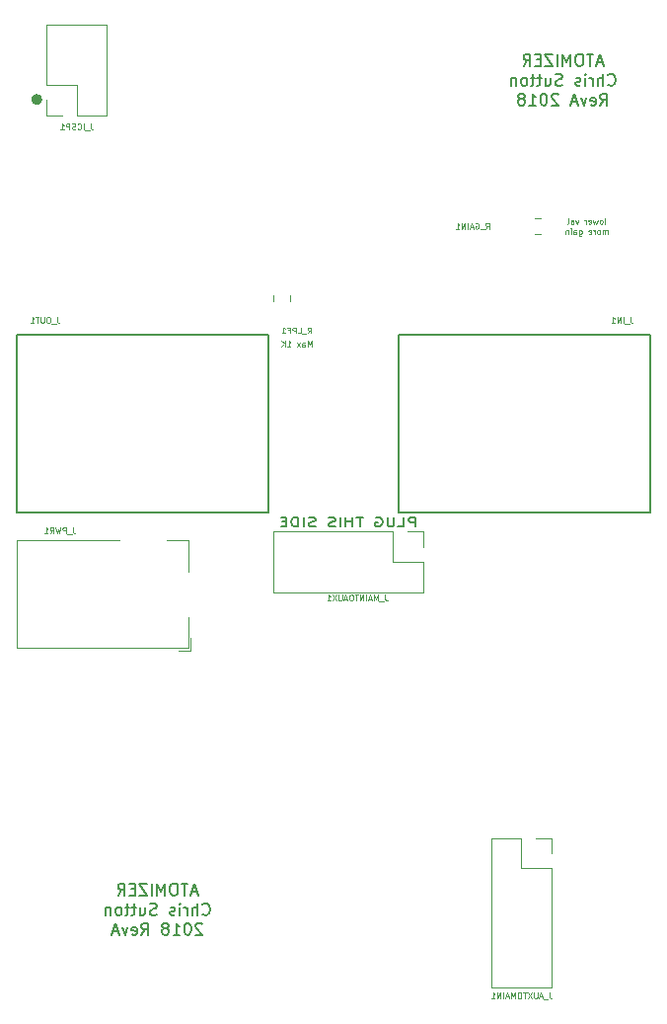
<source format=gbr>
G04 #@! TF.GenerationSoftware,KiCad,Pcbnew,(5.0.0-3-g5ebb6b6)*
G04 #@! TF.CreationDate,2018-11-29T05:39:13+00:00*
G04 #@! TF.ProjectId,Atomizer,41746F6D697A65722E6B696361645F70,rev?*
G04 #@! TF.SameCoordinates,Original*
G04 #@! TF.FileFunction,Legend,Bot*
G04 #@! TF.FilePolarity,Positive*
%FSLAX46Y46*%
G04 Gerber Fmt 4.6, Leading zero omitted, Abs format (unit mm)*
G04 Created by KiCad (PCBNEW (5.0.0-3-g5ebb6b6)) date Thursday, 29 November 2018 at 05:39:13*
%MOMM*%
%LPD*%
G01*
G04 APERTURE LIST*
%ADD10C,0.125000*%
%ADD11C,0.500000*%
%ADD12C,0.200000*%
%ADD13C,0.150000*%
%ADD14C,0.120000*%
G04 APERTURE END LIST*
D10*
X78743809Y-111478190D02*
X78743809Y-110978190D01*
X78577142Y-111335333D01*
X78410476Y-110978190D01*
X78410476Y-111478190D01*
X77958095Y-111478190D02*
X77958095Y-111216285D01*
X77981904Y-111168666D01*
X78029523Y-111144857D01*
X78124761Y-111144857D01*
X78172380Y-111168666D01*
X77958095Y-111454380D02*
X78005714Y-111478190D01*
X78124761Y-111478190D01*
X78172380Y-111454380D01*
X78196190Y-111406761D01*
X78196190Y-111359142D01*
X78172380Y-111311523D01*
X78124761Y-111287714D01*
X78005714Y-111287714D01*
X77958095Y-111263904D01*
X77767619Y-111478190D02*
X77505714Y-111144857D01*
X77767619Y-111144857D02*
X77505714Y-111478190D01*
X76672380Y-111478190D02*
X76958095Y-111478190D01*
X76815238Y-111478190D02*
X76815238Y-110978190D01*
X76862857Y-111049619D01*
X76910476Y-111097238D01*
X76958095Y-111121047D01*
X76458095Y-111478190D02*
X76458095Y-110978190D01*
X76172380Y-111478190D02*
X76386666Y-111192476D01*
X76172380Y-110978190D02*
X76458095Y-111263904D01*
X103897714Y-100944190D02*
X103945333Y-100920380D01*
X103969142Y-100872761D01*
X103969142Y-100444190D01*
X103635809Y-100944190D02*
X103683428Y-100920380D01*
X103707238Y-100896571D01*
X103731047Y-100848952D01*
X103731047Y-100706095D01*
X103707238Y-100658476D01*
X103683428Y-100634666D01*
X103635809Y-100610857D01*
X103564380Y-100610857D01*
X103516761Y-100634666D01*
X103492952Y-100658476D01*
X103469142Y-100706095D01*
X103469142Y-100848952D01*
X103492952Y-100896571D01*
X103516761Y-100920380D01*
X103564380Y-100944190D01*
X103635809Y-100944190D01*
X103302476Y-100610857D02*
X103207238Y-100944190D01*
X103112000Y-100706095D01*
X103016761Y-100944190D01*
X102921523Y-100610857D01*
X102540571Y-100920380D02*
X102588190Y-100944190D01*
X102683428Y-100944190D01*
X102731047Y-100920380D01*
X102754857Y-100872761D01*
X102754857Y-100682285D01*
X102731047Y-100634666D01*
X102683428Y-100610857D01*
X102588190Y-100610857D01*
X102540571Y-100634666D01*
X102516761Y-100682285D01*
X102516761Y-100729904D01*
X102754857Y-100777523D01*
X102302476Y-100944190D02*
X102302476Y-100610857D01*
X102302476Y-100706095D02*
X102278666Y-100658476D01*
X102254857Y-100634666D01*
X102207238Y-100610857D01*
X102159619Y-100610857D01*
X101659619Y-100610857D02*
X101540571Y-100944190D01*
X101421523Y-100610857D01*
X101016761Y-100944190D02*
X101016761Y-100682285D01*
X101040571Y-100634666D01*
X101088190Y-100610857D01*
X101183428Y-100610857D01*
X101231047Y-100634666D01*
X101016761Y-100920380D02*
X101064380Y-100944190D01*
X101183428Y-100944190D01*
X101231047Y-100920380D01*
X101254857Y-100872761D01*
X101254857Y-100825142D01*
X101231047Y-100777523D01*
X101183428Y-100753714D01*
X101064380Y-100753714D01*
X101016761Y-100729904D01*
X100707238Y-100944190D02*
X100754857Y-100920380D01*
X100778666Y-100872761D01*
X100778666Y-100444190D01*
X104159619Y-101819190D02*
X104159619Y-101485857D01*
X104159619Y-101533476D02*
X104135809Y-101509666D01*
X104088190Y-101485857D01*
X104016761Y-101485857D01*
X103969142Y-101509666D01*
X103945333Y-101557285D01*
X103945333Y-101819190D01*
X103945333Y-101557285D02*
X103921523Y-101509666D01*
X103873904Y-101485857D01*
X103802476Y-101485857D01*
X103754857Y-101509666D01*
X103731047Y-101557285D01*
X103731047Y-101819190D01*
X103421523Y-101819190D02*
X103469142Y-101795380D01*
X103492952Y-101771571D01*
X103516761Y-101723952D01*
X103516761Y-101581095D01*
X103492952Y-101533476D01*
X103469142Y-101509666D01*
X103421523Y-101485857D01*
X103350095Y-101485857D01*
X103302476Y-101509666D01*
X103278666Y-101533476D01*
X103254857Y-101581095D01*
X103254857Y-101723952D01*
X103278666Y-101771571D01*
X103302476Y-101795380D01*
X103350095Y-101819190D01*
X103421523Y-101819190D01*
X103040571Y-101819190D02*
X103040571Y-101485857D01*
X103040571Y-101581095D02*
X103016761Y-101533476D01*
X102992952Y-101509666D01*
X102945333Y-101485857D01*
X102897714Y-101485857D01*
X102540571Y-101795380D02*
X102588190Y-101819190D01*
X102683428Y-101819190D01*
X102731047Y-101795380D01*
X102754857Y-101747761D01*
X102754857Y-101557285D01*
X102731047Y-101509666D01*
X102683428Y-101485857D01*
X102588190Y-101485857D01*
X102540571Y-101509666D01*
X102516761Y-101557285D01*
X102516761Y-101604904D01*
X102754857Y-101652523D01*
X101707238Y-101485857D02*
X101707238Y-101890619D01*
X101731047Y-101938238D01*
X101754857Y-101962047D01*
X101802476Y-101985857D01*
X101873904Y-101985857D01*
X101921523Y-101962047D01*
X101707238Y-101795380D02*
X101754857Y-101819190D01*
X101850095Y-101819190D01*
X101897714Y-101795380D01*
X101921523Y-101771571D01*
X101945333Y-101723952D01*
X101945333Y-101581095D01*
X101921523Y-101533476D01*
X101897714Y-101509666D01*
X101850095Y-101485857D01*
X101754857Y-101485857D01*
X101707238Y-101509666D01*
X101254857Y-101819190D02*
X101254857Y-101557285D01*
X101278666Y-101509666D01*
X101326285Y-101485857D01*
X101421523Y-101485857D01*
X101469142Y-101509666D01*
X101254857Y-101795380D02*
X101302476Y-101819190D01*
X101421523Y-101819190D01*
X101469142Y-101795380D01*
X101492952Y-101747761D01*
X101492952Y-101700142D01*
X101469142Y-101652523D01*
X101421523Y-101628714D01*
X101302476Y-101628714D01*
X101254857Y-101604904D01*
X101016761Y-101819190D02*
X101016761Y-101485857D01*
X101016761Y-101319190D02*
X101040571Y-101343000D01*
X101016761Y-101366809D01*
X100992952Y-101343000D01*
X101016761Y-101319190D01*
X101016761Y-101366809D01*
X100778666Y-101485857D02*
X100778666Y-101819190D01*
X100778666Y-101533476D02*
X100754857Y-101509666D01*
X100707238Y-101485857D01*
X100635809Y-101485857D01*
X100588190Y-101509666D01*
X100564380Y-101557285D01*
X100564380Y-101819190D01*
D11*
X55410453Y-90297000D02*
G75*
G03X55410453Y-90297000I-228953J0D01*
G01*
D12*
X87653095Y-126917404D02*
X87653095Y-126117404D01*
X87272142Y-126117404D01*
X87176904Y-126155500D01*
X87129285Y-126193595D01*
X87081666Y-126269785D01*
X87081666Y-126384071D01*
X87129285Y-126460261D01*
X87176904Y-126498357D01*
X87272142Y-126536452D01*
X87653095Y-126536452D01*
X86176904Y-126917404D02*
X86653095Y-126917404D01*
X86653095Y-126117404D01*
X85843571Y-126117404D02*
X85843571Y-126765023D01*
X85795952Y-126841214D01*
X85748333Y-126879309D01*
X85653095Y-126917404D01*
X85462619Y-126917404D01*
X85367380Y-126879309D01*
X85319761Y-126841214D01*
X85272142Y-126765023D01*
X85272142Y-126117404D01*
X84272142Y-126155500D02*
X84367380Y-126117404D01*
X84510238Y-126117404D01*
X84653095Y-126155500D01*
X84748333Y-126231690D01*
X84795952Y-126307880D01*
X84843571Y-126460261D01*
X84843571Y-126574547D01*
X84795952Y-126726928D01*
X84748333Y-126803119D01*
X84653095Y-126879309D01*
X84510238Y-126917404D01*
X84415000Y-126917404D01*
X84272142Y-126879309D01*
X84224523Y-126841214D01*
X84224523Y-126574547D01*
X84415000Y-126574547D01*
X83176904Y-126117404D02*
X82605476Y-126117404D01*
X82891190Y-126917404D02*
X82891190Y-126117404D01*
X82272142Y-126917404D02*
X82272142Y-126117404D01*
X82272142Y-126498357D02*
X81700714Y-126498357D01*
X81700714Y-126917404D02*
X81700714Y-126117404D01*
X81224523Y-126917404D02*
X81224523Y-126117404D01*
X80795952Y-126879309D02*
X80653095Y-126917404D01*
X80415000Y-126917404D01*
X80319761Y-126879309D01*
X80272142Y-126841214D01*
X80224523Y-126765023D01*
X80224523Y-126688833D01*
X80272142Y-126612642D01*
X80319761Y-126574547D01*
X80415000Y-126536452D01*
X80605476Y-126498357D01*
X80700714Y-126460261D01*
X80748333Y-126422166D01*
X80795952Y-126345976D01*
X80795952Y-126269785D01*
X80748333Y-126193595D01*
X80700714Y-126155500D01*
X80605476Y-126117404D01*
X80367380Y-126117404D01*
X80224523Y-126155500D01*
X79081666Y-126879309D02*
X78938809Y-126917404D01*
X78700714Y-126917404D01*
X78605476Y-126879309D01*
X78557857Y-126841214D01*
X78510238Y-126765023D01*
X78510238Y-126688833D01*
X78557857Y-126612642D01*
X78605476Y-126574547D01*
X78700714Y-126536452D01*
X78891190Y-126498357D01*
X78986428Y-126460261D01*
X79034047Y-126422166D01*
X79081666Y-126345976D01*
X79081666Y-126269785D01*
X79034047Y-126193595D01*
X78986428Y-126155500D01*
X78891190Y-126117404D01*
X78653095Y-126117404D01*
X78510238Y-126155500D01*
X78081666Y-126917404D02*
X78081666Y-126117404D01*
X77605476Y-126917404D02*
X77605476Y-126117404D01*
X77367380Y-126117404D01*
X77224523Y-126155500D01*
X77129285Y-126231690D01*
X77081666Y-126307880D01*
X77034047Y-126460261D01*
X77034047Y-126574547D01*
X77081666Y-126726928D01*
X77129285Y-126803119D01*
X77224523Y-126879309D01*
X77367380Y-126917404D01*
X77605476Y-126917404D01*
X76605476Y-126498357D02*
X76272142Y-126498357D01*
X76129285Y-126917404D02*
X76605476Y-126917404D01*
X76605476Y-126117404D01*
X76129285Y-126117404D01*
X103710952Y-87112666D02*
X103234761Y-87112666D01*
X103806190Y-87398380D02*
X103472857Y-86398380D01*
X103139523Y-87398380D01*
X102949047Y-86398380D02*
X102377619Y-86398380D01*
X102663333Y-87398380D02*
X102663333Y-86398380D01*
X101853809Y-86398380D02*
X101663333Y-86398380D01*
X101568095Y-86446000D01*
X101472857Y-86541238D01*
X101425238Y-86731714D01*
X101425238Y-87065047D01*
X101472857Y-87255523D01*
X101568095Y-87350761D01*
X101663333Y-87398380D01*
X101853809Y-87398380D01*
X101949047Y-87350761D01*
X102044285Y-87255523D01*
X102091904Y-87065047D01*
X102091904Y-86731714D01*
X102044285Y-86541238D01*
X101949047Y-86446000D01*
X101853809Y-86398380D01*
X100996666Y-87398380D02*
X100996666Y-86398380D01*
X100663333Y-87112666D01*
X100330000Y-86398380D01*
X100330000Y-87398380D01*
X99853809Y-87398380D02*
X99853809Y-86398380D01*
X99472857Y-86398380D02*
X98806190Y-86398380D01*
X99472857Y-87398380D01*
X98806190Y-87398380D01*
X98425238Y-86874571D02*
X98091904Y-86874571D01*
X97949047Y-87398380D02*
X98425238Y-87398380D01*
X98425238Y-86398380D01*
X97949047Y-86398380D01*
X96949047Y-87398380D02*
X97282380Y-86922190D01*
X97520476Y-87398380D02*
X97520476Y-86398380D01*
X97139523Y-86398380D01*
X97044285Y-86446000D01*
X96996666Y-86493619D01*
X96949047Y-86588857D01*
X96949047Y-86731714D01*
X96996666Y-86826952D01*
X97044285Y-86874571D01*
X97139523Y-86922190D01*
X97520476Y-86922190D01*
X104210952Y-89003142D02*
X104258571Y-89050761D01*
X104401428Y-89098380D01*
X104496666Y-89098380D01*
X104639523Y-89050761D01*
X104734761Y-88955523D01*
X104782380Y-88860285D01*
X104830000Y-88669809D01*
X104830000Y-88526952D01*
X104782380Y-88336476D01*
X104734761Y-88241238D01*
X104639523Y-88146000D01*
X104496666Y-88098380D01*
X104401428Y-88098380D01*
X104258571Y-88146000D01*
X104210952Y-88193619D01*
X103782380Y-89098380D02*
X103782380Y-88098380D01*
X103353809Y-89098380D02*
X103353809Y-88574571D01*
X103401428Y-88479333D01*
X103496666Y-88431714D01*
X103639523Y-88431714D01*
X103734761Y-88479333D01*
X103782380Y-88526952D01*
X102877619Y-89098380D02*
X102877619Y-88431714D01*
X102877619Y-88622190D02*
X102830000Y-88526952D01*
X102782380Y-88479333D01*
X102687142Y-88431714D01*
X102591904Y-88431714D01*
X102258571Y-89098380D02*
X102258571Y-88431714D01*
X102258571Y-88098380D02*
X102306190Y-88146000D01*
X102258571Y-88193619D01*
X102210952Y-88146000D01*
X102258571Y-88098380D01*
X102258571Y-88193619D01*
X101830000Y-89050761D02*
X101734761Y-89098380D01*
X101544285Y-89098380D01*
X101449047Y-89050761D01*
X101401428Y-88955523D01*
X101401428Y-88907904D01*
X101449047Y-88812666D01*
X101544285Y-88765047D01*
X101687142Y-88765047D01*
X101782380Y-88717428D01*
X101830000Y-88622190D01*
X101830000Y-88574571D01*
X101782380Y-88479333D01*
X101687142Y-88431714D01*
X101544285Y-88431714D01*
X101449047Y-88479333D01*
X100258571Y-89050761D02*
X100115714Y-89098380D01*
X99877619Y-89098380D01*
X99782380Y-89050761D01*
X99734761Y-89003142D01*
X99687142Y-88907904D01*
X99687142Y-88812666D01*
X99734761Y-88717428D01*
X99782380Y-88669809D01*
X99877619Y-88622190D01*
X100068095Y-88574571D01*
X100163333Y-88526952D01*
X100210952Y-88479333D01*
X100258571Y-88384095D01*
X100258571Y-88288857D01*
X100210952Y-88193619D01*
X100163333Y-88146000D01*
X100068095Y-88098380D01*
X99830000Y-88098380D01*
X99687142Y-88146000D01*
X98830000Y-88431714D02*
X98830000Y-89098380D01*
X99258571Y-88431714D02*
X99258571Y-88955523D01*
X99210952Y-89050761D01*
X99115714Y-89098380D01*
X98972857Y-89098380D01*
X98877619Y-89050761D01*
X98830000Y-89003142D01*
X98496666Y-88431714D02*
X98115714Y-88431714D01*
X98353809Y-88098380D02*
X98353809Y-88955523D01*
X98306190Y-89050761D01*
X98210952Y-89098380D01*
X98115714Y-89098380D01*
X97925238Y-88431714D02*
X97544285Y-88431714D01*
X97782380Y-88098380D02*
X97782380Y-88955523D01*
X97734761Y-89050761D01*
X97639523Y-89098380D01*
X97544285Y-89098380D01*
X97068095Y-89098380D02*
X97163333Y-89050761D01*
X97210952Y-89003142D01*
X97258571Y-88907904D01*
X97258571Y-88622190D01*
X97210952Y-88526952D01*
X97163333Y-88479333D01*
X97068095Y-88431714D01*
X96925238Y-88431714D01*
X96830000Y-88479333D01*
X96782380Y-88526952D01*
X96734761Y-88622190D01*
X96734761Y-88907904D01*
X96782380Y-89003142D01*
X96830000Y-89050761D01*
X96925238Y-89098380D01*
X97068095Y-89098380D01*
X96306190Y-88431714D02*
X96306190Y-89098380D01*
X96306190Y-88526952D02*
X96258571Y-88479333D01*
X96163333Y-88431714D01*
X96020476Y-88431714D01*
X95925238Y-88479333D01*
X95877619Y-88574571D01*
X95877619Y-89098380D01*
X103544285Y-90798380D02*
X103877619Y-90322190D01*
X104115714Y-90798380D02*
X104115714Y-89798380D01*
X103734761Y-89798380D01*
X103639523Y-89846000D01*
X103591904Y-89893619D01*
X103544285Y-89988857D01*
X103544285Y-90131714D01*
X103591904Y-90226952D01*
X103639523Y-90274571D01*
X103734761Y-90322190D01*
X104115714Y-90322190D01*
X102734761Y-90750761D02*
X102830000Y-90798380D01*
X103020476Y-90798380D01*
X103115714Y-90750761D01*
X103163333Y-90655523D01*
X103163333Y-90274571D01*
X103115714Y-90179333D01*
X103020476Y-90131714D01*
X102830000Y-90131714D01*
X102734761Y-90179333D01*
X102687142Y-90274571D01*
X102687142Y-90369809D01*
X103163333Y-90465047D01*
X102353809Y-90131714D02*
X102115714Y-90798380D01*
X101877619Y-90131714D01*
X101544285Y-90512666D02*
X101068095Y-90512666D01*
X101639523Y-90798380D02*
X101306190Y-89798380D01*
X100972857Y-90798380D01*
X99925238Y-89893619D02*
X99877619Y-89846000D01*
X99782380Y-89798380D01*
X99544285Y-89798380D01*
X99449047Y-89846000D01*
X99401428Y-89893619D01*
X99353809Y-89988857D01*
X99353809Y-90084095D01*
X99401428Y-90226952D01*
X99972857Y-90798380D01*
X99353809Y-90798380D01*
X98734761Y-89798380D02*
X98639523Y-89798380D01*
X98544285Y-89846000D01*
X98496666Y-89893619D01*
X98449047Y-89988857D01*
X98401428Y-90179333D01*
X98401428Y-90417428D01*
X98449047Y-90607904D01*
X98496666Y-90703142D01*
X98544285Y-90750761D01*
X98639523Y-90798380D01*
X98734761Y-90798380D01*
X98830000Y-90750761D01*
X98877619Y-90703142D01*
X98925238Y-90607904D01*
X98972857Y-90417428D01*
X98972857Y-90179333D01*
X98925238Y-89988857D01*
X98877619Y-89893619D01*
X98830000Y-89846000D01*
X98734761Y-89798380D01*
X97449047Y-90798380D02*
X98020476Y-90798380D01*
X97734761Y-90798380D02*
X97734761Y-89798380D01*
X97830000Y-89941238D01*
X97925238Y-90036476D01*
X98020476Y-90084095D01*
X96877619Y-90226952D02*
X96972857Y-90179333D01*
X97020476Y-90131714D01*
X97068095Y-90036476D01*
X97068095Y-89988857D01*
X97020476Y-89893619D01*
X96972857Y-89846000D01*
X96877619Y-89798380D01*
X96687142Y-89798380D01*
X96591904Y-89846000D01*
X96544285Y-89893619D01*
X96496666Y-89988857D01*
X96496666Y-90036476D01*
X96544285Y-90131714D01*
X96591904Y-90179333D01*
X96687142Y-90226952D01*
X96877619Y-90226952D01*
X96972857Y-90274571D01*
X97020476Y-90322190D01*
X97068095Y-90417428D01*
X97068095Y-90607904D01*
X97020476Y-90703142D01*
X96972857Y-90750761D01*
X96877619Y-90798380D01*
X96687142Y-90798380D01*
X96591904Y-90750761D01*
X96544285Y-90703142D01*
X96496666Y-90607904D01*
X96496666Y-90417428D01*
X96544285Y-90322190D01*
X96591904Y-90274571D01*
X96687142Y-90226952D01*
X68912952Y-158232666D02*
X68436761Y-158232666D01*
X69008190Y-158518380D02*
X68674857Y-157518380D01*
X68341523Y-158518380D01*
X68151047Y-157518380D02*
X67579619Y-157518380D01*
X67865333Y-158518380D02*
X67865333Y-157518380D01*
X67055809Y-157518380D02*
X66865333Y-157518380D01*
X66770095Y-157566000D01*
X66674857Y-157661238D01*
X66627238Y-157851714D01*
X66627238Y-158185047D01*
X66674857Y-158375523D01*
X66770095Y-158470761D01*
X66865333Y-158518380D01*
X67055809Y-158518380D01*
X67151047Y-158470761D01*
X67246285Y-158375523D01*
X67293904Y-158185047D01*
X67293904Y-157851714D01*
X67246285Y-157661238D01*
X67151047Y-157566000D01*
X67055809Y-157518380D01*
X66198666Y-158518380D02*
X66198666Y-157518380D01*
X65865333Y-158232666D01*
X65532000Y-157518380D01*
X65532000Y-158518380D01*
X65055809Y-158518380D02*
X65055809Y-157518380D01*
X64674857Y-157518380D02*
X64008190Y-157518380D01*
X64674857Y-158518380D01*
X64008190Y-158518380D01*
X63627238Y-157994571D02*
X63293904Y-157994571D01*
X63151047Y-158518380D02*
X63627238Y-158518380D01*
X63627238Y-157518380D01*
X63151047Y-157518380D01*
X62151047Y-158518380D02*
X62484380Y-158042190D01*
X62722476Y-158518380D02*
X62722476Y-157518380D01*
X62341523Y-157518380D01*
X62246285Y-157566000D01*
X62198666Y-157613619D01*
X62151047Y-157708857D01*
X62151047Y-157851714D01*
X62198666Y-157946952D01*
X62246285Y-157994571D01*
X62341523Y-158042190D01*
X62722476Y-158042190D01*
X69412952Y-160123142D02*
X69460571Y-160170761D01*
X69603428Y-160218380D01*
X69698666Y-160218380D01*
X69841523Y-160170761D01*
X69936761Y-160075523D01*
X69984380Y-159980285D01*
X70032000Y-159789809D01*
X70032000Y-159646952D01*
X69984380Y-159456476D01*
X69936761Y-159361238D01*
X69841523Y-159266000D01*
X69698666Y-159218380D01*
X69603428Y-159218380D01*
X69460571Y-159266000D01*
X69412952Y-159313619D01*
X68984380Y-160218380D02*
X68984380Y-159218380D01*
X68555809Y-160218380D02*
X68555809Y-159694571D01*
X68603428Y-159599333D01*
X68698666Y-159551714D01*
X68841523Y-159551714D01*
X68936761Y-159599333D01*
X68984380Y-159646952D01*
X68079619Y-160218380D02*
X68079619Y-159551714D01*
X68079619Y-159742190D02*
X68032000Y-159646952D01*
X67984380Y-159599333D01*
X67889142Y-159551714D01*
X67793904Y-159551714D01*
X67460571Y-160218380D02*
X67460571Y-159551714D01*
X67460571Y-159218380D02*
X67508190Y-159266000D01*
X67460571Y-159313619D01*
X67412952Y-159266000D01*
X67460571Y-159218380D01*
X67460571Y-159313619D01*
X67032000Y-160170761D02*
X66936761Y-160218380D01*
X66746285Y-160218380D01*
X66651047Y-160170761D01*
X66603428Y-160075523D01*
X66603428Y-160027904D01*
X66651047Y-159932666D01*
X66746285Y-159885047D01*
X66889142Y-159885047D01*
X66984380Y-159837428D01*
X67032000Y-159742190D01*
X67032000Y-159694571D01*
X66984380Y-159599333D01*
X66889142Y-159551714D01*
X66746285Y-159551714D01*
X66651047Y-159599333D01*
X65460571Y-160170761D02*
X65317714Y-160218380D01*
X65079619Y-160218380D01*
X64984380Y-160170761D01*
X64936761Y-160123142D01*
X64889142Y-160027904D01*
X64889142Y-159932666D01*
X64936761Y-159837428D01*
X64984380Y-159789809D01*
X65079619Y-159742190D01*
X65270095Y-159694571D01*
X65365333Y-159646952D01*
X65412952Y-159599333D01*
X65460571Y-159504095D01*
X65460571Y-159408857D01*
X65412952Y-159313619D01*
X65365333Y-159266000D01*
X65270095Y-159218380D01*
X65031999Y-159218380D01*
X64889142Y-159266000D01*
X64031999Y-159551714D02*
X64031999Y-160218380D01*
X64460571Y-159551714D02*
X64460571Y-160075523D01*
X64412952Y-160170761D01*
X64317714Y-160218380D01*
X64174857Y-160218380D01*
X64079619Y-160170761D01*
X64031999Y-160123142D01*
X63698666Y-159551714D02*
X63317714Y-159551714D01*
X63555809Y-159218380D02*
X63555809Y-160075523D01*
X63508190Y-160170761D01*
X63412952Y-160218380D01*
X63317714Y-160218380D01*
X63127238Y-159551714D02*
X62746285Y-159551714D01*
X62984380Y-159218380D02*
X62984380Y-160075523D01*
X62936761Y-160170761D01*
X62841523Y-160218380D01*
X62746285Y-160218380D01*
X62270095Y-160218380D02*
X62365333Y-160170761D01*
X62412952Y-160123142D01*
X62460571Y-160027904D01*
X62460571Y-159742190D01*
X62412952Y-159646952D01*
X62365333Y-159599333D01*
X62270095Y-159551714D01*
X62127238Y-159551714D01*
X62031999Y-159599333D01*
X61984380Y-159646952D01*
X61936761Y-159742190D01*
X61936761Y-160027904D01*
X61984380Y-160123142D01*
X62031999Y-160170761D01*
X62127238Y-160218380D01*
X62270095Y-160218380D01*
X61508190Y-159551714D02*
X61508190Y-160218380D01*
X61508190Y-159646952D02*
X61460571Y-159599333D01*
X61365333Y-159551714D01*
X61222476Y-159551714D01*
X61127238Y-159599333D01*
X61079619Y-159694571D01*
X61079619Y-160218380D01*
X69365333Y-161013619D02*
X69317714Y-160966000D01*
X69222476Y-160918380D01*
X68984380Y-160918380D01*
X68889142Y-160966000D01*
X68841523Y-161013619D01*
X68793904Y-161108857D01*
X68793904Y-161204095D01*
X68841523Y-161346952D01*
X69412952Y-161918380D01*
X68793904Y-161918380D01*
X68174857Y-160918380D02*
X68079619Y-160918380D01*
X67984380Y-160966000D01*
X67936761Y-161013619D01*
X67889142Y-161108857D01*
X67841523Y-161299333D01*
X67841523Y-161537428D01*
X67889142Y-161727904D01*
X67936761Y-161823142D01*
X67984380Y-161870761D01*
X68079619Y-161918380D01*
X68174857Y-161918380D01*
X68270095Y-161870761D01*
X68317714Y-161823142D01*
X68365333Y-161727904D01*
X68412952Y-161537428D01*
X68412952Y-161299333D01*
X68365333Y-161108857D01*
X68317714Y-161013619D01*
X68270095Y-160966000D01*
X68174857Y-160918380D01*
X66889142Y-161918380D02*
X67460571Y-161918380D01*
X67174857Y-161918380D02*
X67174857Y-160918380D01*
X67270095Y-161061238D01*
X67365333Y-161156476D01*
X67460571Y-161204095D01*
X66317714Y-161346952D02*
X66412952Y-161299333D01*
X66460571Y-161251714D01*
X66508190Y-161156476D01*
X66508190Y-161108857D01*
X66460571Y-161013619D01*
X66412952Y-160966000D01*
X66317714Y-160918380D01*
X66127238Y-160918380D01*
X66032000Y-160966000D01*
X65984380Y-161013619D01*
X65936761Y-161108857D01*
X65936761Y-161156476D01*
X65984380Y-161251714D01*
X66032000Y-161299333D01*
X66127238Y-161346952D01*
X66317714Y-161346952D01*
X66412952Y-161394571D01*
X66460571Y-161442190D01*
X66508190Y-161537428D01*
X66508190Y-161727904D01*
X66460571Y-161823142D01*
X66412952Y-161870761D01*
X66317714Y-161918380D01*
X66127238Y-161918380D01*
X66032000Y-161870761D01*
X65984380Y-161823142D01*
X65936761Y-161727904D01*
X65936761Y-161537428D01*
X65984380Y-161442190D01*
X66032000Y-161394571D01*
X66127238Y-161346952D01*
X64174857Y-161918380D02*
X64508190Y-161442190D01*
X64746285Y-161918380D02*
X64746285Y-160918380D01*
X64365333Y-160918380D01*
X64270095Y-160966000D01*
X64222476Y-161013619D01*
X64174857Y-161108857D01*
X64174857Y-161251714D01*
X64222476Y-161346952D01*
X64270095Y-161394571D01*
X64365333Y-161442190D01*
X64746285Y-161442190D01*
X63365333Y-161870761D02*
X63460571Y-161918380D01*
X63651047Y-161918380D01*
X63746285Y-161870761D01*
X63793904Y-161775523D01*
X63793904Y-161394571D01*
X63746285Y-161299333D01*
X63651047Y-161251714D01*
X63460571Y-161251714D01*
X63365333Y-161299333D01*
X63317714Y-161394571D01*
X63317714Y-161489809D01*
X63793904Y-161585047D01*
X62984380Y-161251714D02*
X62746285Y-161918380D01*
X62508190Y-161251714D01*
X62174857Y-161632666D02*
X61698666Y-161632666D01*
X62270095Y-161918380D02*
X61936761Y-160918380D01*
X61603428Y-161918380D01*
D13*
G04 #@! TO.C,J_IN1*
X86233000Y-110490000D02*
X107823000Y-110490000D01*
X86233000Y-125730000D02*
X86233000Y-110490000D01*
X107823000Y-125730000D02*
X86233000Y-125730000D01*
X107823000Y-110490000D02*
X107823000Y-125730000D01*
G04 #@! TO.C,J_OUT1*
X75057000Y-125730000D02*
X53467000Y-125730000D01*
X75057000Y-110490000D02*
X75057000Y-125730000D01*
X53467000Y-110490000D02*
X75057000Y-110490000D01*
X53467000Y-125730000D02*
X53467000Y-110490000D01*
D14*
G04 #@! TO.C,J_AUXTOMAIN1*
X99374000Y-153610000D02*
X98044000Y-153610000D01*
X99374000Y-154940000D02*
X99374000Y-153610000D01*
X96774000Y-153610000D02*
X94174000Y-153610000D01*
X96774000Y-156210000D02*
X96774000Y-153610000D01*
X99374000Y-156210000D02*
X96774000Y-156210000D01*
X94174000Y-153610000D02*
X94174000Y-166430000D01*
X99374000Y-156210000D02*
X99374000Y-166430000D01*
X99374000Y-166430000D02*
X94174000Y-166430000D01*
G04 #@! TO.C,R_LPF1*
X75490000Y-107576252D02*
X75490000Y-107053748D01*
X76910000Y-107576252D02*
X76910000Y-107053748D01*
G04 #@! TO.C,R_GAIN1*
X97909748Y-100445500D02*
X98432252Y-100445500D01*
X97909748Y-101865500D02*
X98432252Y-101865500D01*
G04 #@! TO.C,J_PWR1*
X68410000Y-136465000D02*
X68410000Y-137515000D01*
X67360000Y-137515000D02*
X68410000Y-137515000D01*
X62310000Y-128115000D02*
X53510000Y-128115000D01*
X53510000Y-128115000D02*
X53510000Y-137315000D01*
X68210000Y-130815000D02*
X68210000Y-128115000D01*
X68210000Y-128115000D02*
X66310000Y-128115000D01*
X53510000Y-137315000D02*
X68210000Y-137315000D01*
X68210000Y-137315000D02*
X68210000Y-134715000D01*
G04 #@! TO.C,J_MAINTOAUX1*
X75505000Y-127321000D02*
X75505000Y-132521000D01*
X85725000Y-127321000D02*
X75505000Y-127321000D01*
X88325000Y-132521000D02*
X75505000Y-132521000D01*
X85725000Y-127321000D02*
X85725000Y-129921000D01*
X85725000Y-129921000D02*
X88325000Y-129921000D01*
X88325000Y-129921000D02*
X88325000Y-132521000D01*
X86995000Y-127321000D02*
X88325000Y-127321000D01*
X88325000Y-127321000D02*
X88325000Y-128651000D01*
G04 #@! TO.C,J_ICSP1*
X56010500Y-83887000D02*
X61210500Y-83887000D01*
X56010500Y-89027000D02*
X56010500Y-83887000D01*
X61210500Y-91627000D02*
X61210500Y-83887000D01*
X56010500Y-89027000D02*
X58610500Y-89027000D01*
X58610500Y-89027000D02*
X58610500Y-91627000D01*
X58610500Y-91627000D02*
X61210500Y-91627000D01*
X56010500Y-90297000D02*
X56010500Y-91627000D01*
X56010500Y-91627000D02*
X57340500Y-91627000D01*
G04 #@! TO.C,J_IN1*
D10*
X106148095Y-108946190D02*
X106148095Y-109303333D01*
X106171904Y-109374761D01*
X106219523Y-109422380D01*
X106290952Y-109446190D01*
X106338571Y-109446190D01*
X106029047Y-109493809D02*
X105648095Y-109493809D01*
X105529047Y-109446190D02*
X105529047Y-108946190D01*
X105290952Y-109446190D02*
X105290952Y-108946190D01*
X105005238Y-109446190D01*
X105005238Y-108946190D01*
X104505238Y-109446190D02*
X104790952Y-109446190D01*
X104648095Y-109446190D02*
X104648095Y-108946190D01*
X104695714Y-109017619D01*
X104743333Y-109065238D01*
X104790952Y-109089047D01*
G04 #@! TO.C,J_OUT1*
X56951428Y-108946190D02*
X56951428Y-109303333D01*
X56975238Y-109374761D01*
X57022857Y-109422380D01*
X57094285Y-109446190D01*
X57141904Y-109446190D01*
X56832380Y-109493809D02*
X56451428Y-109493809D01*
X56237142Y-108946190D02*
X56141904Y-108946190D01*
X56094285Y-108970000D01*
X56046666Y-109017619D01*
X56022857Y-109112857D01*
X56022857Y-109279523D01*
X56046666Y-109374761D01*
X56094285Y-109422380D01*
X56141904Y-109446190D01*
X56237142Y-109446190D01*
X56284761Y-109422380D01*
X56332380Y-109374761D01*
X56356190Y-109279523D01*
X56356190Y-109112857D01*
X56332380Y-109017619D01*
X56284761Y-108970000D01*
X56237142Y-108946190D01*
X55808571Y-108946190D02*
X55808571Y-109350952D01*
X55784761Y-109398571D01*
X55760952Y-109422380D01*
X55713333Y-109446190D01*
X55618095Y-109446190D01*
X55570476Y-109422380D01*
X55546666Y-109398571D01*
X55522857Y-109350952D01*
X55522857Y-108946190D01*
X55356190Y-108946190D02*
X55070476Y-108946190D01*
X55213333Y-109446190D02*
X55213333Y-108946190D01*
X54641904Y-109446190D02*
X54927619Y-109446190D01*
X54784761Y-109446190D02*
X54784761Y-108946190D01*
X54832380Y-109017619D01*
X54880000Y-109065238D01*
X54927619Y-109089047D01*
G04 #@! TO.C,J_AUXTOMAIN1*
X99178761Y-166858190D02*
X99178761Y-167215333D01*
X99202571Y-167286761D01*
X99250190Y-167334380D01*
X99321619Y-167358190D01*
X99369238Y-167358190D01*
X99059714Y-167405809D02*
X98678761Y-167405809D01*
X98583523Y-167215333D02*
X98345428Y-167215333D01*
X98631142Y-167358190D02*
X98464476Y-166858190D01*
X98297809Y-167358190D01*
X98131142Y-166858190D02*
X98131142Y-167262952D01*
X98107333Y-167310571D01*
X98083523Y-167334380D01*
X98035904Y-167358190D01*
X97940666Y-167358190D01*
X97893047Y-167334380D01*
X97869238Y-167310571D01*
X97845428Y-167262952D01*
X97845428Y-166858190D01*
X97654952Y-166858190D02*
X97321619Y-167358190D01*
X97321619Y-166858190D02*
X97654952Y-167358190D01*
X97202571Y-166858190D02*
X96916857Y-166858190D01*
X97059714Y-167358190D02*
X97059714Y-166858190D01*
X96654952Y-166858190D02*
X96559714Y-166858190D01*
X96512095Y-166882000D01*
X96464476Y-166929619D01*
X96440666Y-167024857D01*
X96440666Y-167191523D01*
X96464476Y-167286761D01*
X96512095Y-167334380D01*
X96559714Y-167358190D01*
X96654952Y-167358190D01*
X96702571Y-167334380D01*
X96750190Y-167286761D01*
X96774000Y-167191523D01*
X96774000Y-167024857D01*
X96750190Y-166929619D01*
X96702571Y-166882000D01*
X96654952Y-166858190D01*
X96226380Y-167358190D02*
X96226380Y-166858190D01*
X96059714Y-167215333D01*
X95893047Y-166858190D01*
X95893047Y-167358190D01*
X95678761Y-167215333D02*
X95440666Y-167215333D01*
X95726380Y-167358190D02*
X95559714Y-166858190D01*
X95393047Y-167358190D01*
X95226380Y-167358190D02*
X95226380Y-166858190D01*
X94988285Y-167358190D02*
X94988285Y-166858190D01*
X94702571Y-167358190D01*
X94702571Y-166858190D01*
X94202571Y-167358190D02*
X94488285Y-167358190D01*
X94345428Y-167358190D02*
X94345428Y-166858190D01*
X94393047Y-166929619D01*
X94440666Y-166977238D01*
X94488285Y-167001047D01*
G04 #@! TO.C,R_LPF1*
X78410476Y-110335190D02*
X78577142Y-110097095D01*
X78696190Y-110335190D02*
X78696190Y-109835190D01*
X78505714Y-109835190D01*
X78458095Y-109859000D01*
X78434285Y-109882809D01*
X78410476Y-109930428D01*
X78410476Y-110001857D01*
X78434285Y-110049476D01*
X78458095Y-110073285D01*
X78505714Y-110097095D01*
X78696190Y-110097095D01*
X78315238Y-110382809D02*
X77934285Y-110382809D01*
X77577142Y-110335190D02*
X77815238Y-110335190D01*
X77815238Y-109835190D01*
X77410476Y-110335190D02*
X77410476Y-109835190D01*
X77220000Y-109835190D01*
X77172380Y-109859000D01*
X77148571Y-109882809D01*
X77124761Y-109930428D01*
X77124761Y-110001857D01*
X77148571Y-110049476D01*
X77172380Y-110073285D01*
X77220000Y-110097095D01*
X77410476Y-110097095D01*
X76743809Y-110073285D02*
X76910476Y-110073285D01*
X76910476Y-110335190D02*
X76910476Y-109835190D01*
X76672380Y-109835190D01*
X76220000Y-110335190D02*
X76505714Y-110335190D01*
X76362857Y-110335190D02*
X76362857Y-109835190D01*
X76410476Y-109906619D01*
X76458095Y-109954238D01*
X76505714Y-109978047D01*
G04 #@! TO.C,R_GAIN1*
X93702047Y-101381690D02*
X93868714Y-101143595D01*
X93987761Y-101381690D02*
X93987761Y-100881690D01*
X93797285Y-100881690D01*
X93749666Y-100905500D01*
X93725857Y-100929309D01*
X93702047Y-100976928D01*
X93702047Y-101048357D01*
X93725857Y-101095976D01*
X93749666Y-101119785D01*
X93797285Y-101143595D01*
X93987761Y-101143595D01*
X93606809Y-101429309D02*
X93225857Y-101429309D01*
X92844904Y-100905500D02*
X92892523Y-100881690D01*
X92963952Y-100881690D01*
X93035380Y-100905500D01*
X93083000Y-100953119D01*
X93106809Y-101000738D01*
X93130619Y-101095976D01*
X93130619Y-101167404D01*
X93106809Y-101262642D01*
X93083000Y-101310261D01*
X93035380Y-101357880D01*
X92963952Y-101381690D01*
X92916333Y-101381690D01*
X92844904Y-101357880D01*
X92821095Y-101334071D01*
X92821095Y-101167404D01*
X92916333Y-101167404D01*
X92630619Y-101238833D02*
X92392523Y-101238833D01*
X92678238Y-101381690D02*
X92511571Y-100881690D01*
X92344904Y-101381690D01*
X92178238Y-101381690D02*
X92178238Y-100881690D01*
X91940142Y-101381690D02*
X91940142Y-100881690D01*
X91654428Y-101381690D01*
X91654428Y-100881690D01*
X91154428Y-101381690D02*
X91440142Y-101381690D01*
X91297285Y-101381690D02*
X91297285Y-100881690D01*
X91344904Y-100953119D01*
X91392523Y-101000738D01*
X91440142Y-101024547D01*
G04 #@! TO.C,J_PWR1*
X58292857Y-126980190D02*
X58292857Y-127337333D01*
X58316666Y-127408761D01*
X58364285Y-127456380D01*
X58435714Y-127480190D01*
X58483333Y-127480190D01*
X58173809Y-127527809D02*
X57792857Y-127527809D01*
X57673809Y-127480190D02*
X57673809Y-126980190D01*
X57483333Y-126980190D01*
X57435714Y-127004000D01*
X57411904Y-127027809D01*
X57388095Y-127075428D01*
X57388095Y-127146857D01*
X57411904Y-127194476D01*
X57435714Y-127218285D01*
X57483333Y-127242095D01*
X57673809Y-127242095D01*
X57221428Y-126980190D02*
X57102380Y-127480190D01*
X57007142Y-127123047D01*
X56911904Y-127480190D01*
X56792857Y-126980190D01*
X56316666Y-127480190D02*
X56483333Y-127242095D01*
X56602380Y-127480190D02*
X56602380Y-126980190D01*
X56411904Y-126980190D01*
X56364285Y-127004000D01*
X56340476Y-127027809D01*
X56316666Y-127075428D01*
X56316666Y-127146857D01*
X56340476Y-127194476D01*
X56364285Y-127218285D01*
X56411904Y-127242095D01*
X56602380Y-127242095D01*
X55840476Y-127480190D02*
X56126190Y-127480190D01*
X55983333Y-127480190D02*
X55983333Y-126980190D01*
X56030952Y-127051619D01*
X56078571Y-127099238D01*
X56126190Y-127123047D01*
G04 #@! TO.C,J_MAINTOAUX1*
X85081761Y-132758690D02*
X85081761Y-133115833D01*
X85105571Y-133187261D01*
X85153190Y-133234880D01*
X85224619Y-133258690D01*
X85272238Y-133258690D01*
X84962714Y-133306309D02*
X84581761Y-133306309D01*
X84462714Y-133258690D02*
X84462714Y-132758690D01*
X84296047Y-133115833D01*
X84129380Y-132758690D01*
X84129380Y-133258690D01*
X83915095Y-133115833D02*
X83677000Y-133115833D01*
X83962714Y-133258690D02*
X83796047Y-132758690D01*
X83629380Y-133258690D01*
X83462714Y-133258690D02*
X83462714Y-132758690D01*
X83224619Y-133258690D02*
X83224619Y-132758690D01*
X82938904Y-133258690D01*
X82938904Y-132758690D01*
X82772238Y-132758690D02*
X82486523Y-132758690D01*
X82629380Y-133258690D02*
X82629380Y-132758690D01*
X82224619Y-132758690D02*
X82129380Y-132758690D01*
X82081761Y-132782500D01*
X82034142Y-132830119D01*
X82010333Y-132925357D01*
X82010333Y-133092023D01*
X82034142Y-133187261D01*
X82081761Y-133234880D01*
X82129380Y-133258690D01*
X82224619Y-133258690D01*
X82272238Y-133234880D01*
X82319857Y-133187261D01*
X82343666Y-133092023D01*
X82343666Y-132925357D01*
X82319857Y-132830119D01*
X82272238Y-132782500D01*
X82224619Y-132758690D01*
X81819857Y-133115833D02*
X81581761Y-133115833D01*
X81867476Y-133258690D02*
X81700809Y-132758690D01*
X81534142Y-133258690D01*
X81367476Y-132758690D02*
X81367476Y-133163452D01*
X81343666Y-133211071D01*
X81319857Y-133234880D01*
X81272238Y-133258690D01*
X81177000Y-133258690D01*
X81129380Y-133234880D01*
X81105571Y-133211071D01*
X81081761Y-133163452D01*
X81081761Y-132758690D01*
X80891285Y-132758690D02*
X80557952Y-133258690D01*
X80557952Y-132758690D02*
X80891285Y-133258690D01*
X80105571Y-133258690D02*
X80391285Y-133258690D01*
X80248428Y-133258690D02*
X80248428Y-132758690D01*
X80296047Y-132830119D01*
X80343666Y-132877738D01*
X80391285Y-132901547D01*
G04 #@! TO.C,J_ICSP1*
X59824785Y-92353190D02*
X59824785Y-92710333D01*
X59848595Y-92781761D01*
X59896214Y-92829380D01*
X59967642Y-92853190D01*
X60015261Y-92853190D01*
X59705738Y-92900809D02*
X59324785Y-92900809D01*
X59205738Y-92853190D02*
X59205738Y-92353190D01*
X58681928Y-92805571D02*
X58705738Y-92829380D01*
X58777166Y-92853190D01*
X58824785Y-92853190D01*
X58896214Y-92829380D01*
X58943833Y-92781761D01*
X58967642Y-92734142D01*
X58991452Y-92638904D01*
X58991452Y-92567476D01*
X58967642Y-92472238D01*
X58943833Y-92424619D01*
X58896214Y-92377000D01*
X58824785Y-92353190D01*
X58777166Y-92353190D01*
X58705738Y-92377000D01*
X58681928Y-92400809D01*
X58491452Y-92829380D02*
X58420023Y-92853190D01*
X58300976Y-92853190D01*
X58253357Y-92829380D01*
X58229547Y-92805571D01*
X58205738Y-92757952D01*
X58205738Y-92710333D01*
X58229547Y-92662714D01*
X58253357Y-92638904D01*
X58300976Y-92615095D01*
X58396214Y-92591285D01*
X58443833Y-92567476D01*
X58467642Y-92543666D01*
X58491452Y-92496047D01*
X58491452Y-92448428D01*
X58467642Y-92400809D01*
X58443833Y-92377000D01*
X58396214Y-92353190D01*
X58277166Y-92353190D01*
X58205738Y-92377000D01*
X57991452Y-92853190D02*
X57991452Y-92353190D01*
X57800976Y-92353190D01*
X57753357Y-92377000D01*
X57729547Y-92400809D01*
X57705738Y-92448428D01*
X57705738Y-92519857D01*
X57729547Y-92567476D01*
X57753357Y-92591285D01*
X57800976Y-92615095D01*
X57991452Y-92615095D01*
X57229547Y-92853190D02*
X57515261Y-92853190D01*
X57372404Y-92853190D02*
X57372404Y-92353190D01*
X57420023Y-92424619D01*
X57467642Y-92472238D01*
X57515261Y-92496047D01*
G04 #@! TD*
M02*

</source>
